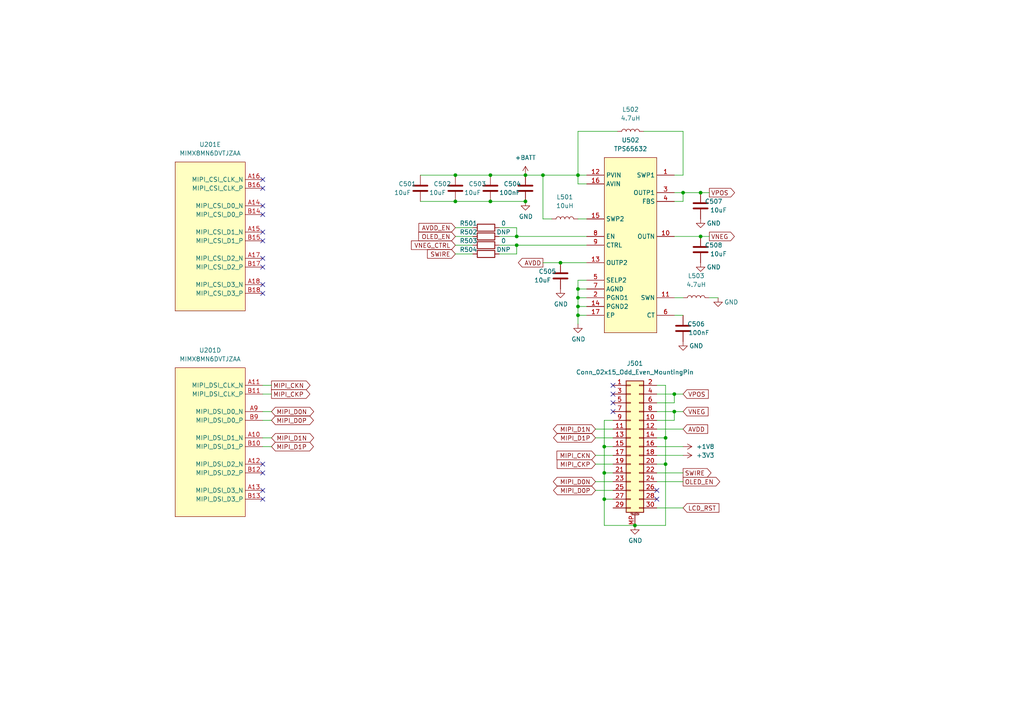
<source format=kicad_sch>
(kicad_sch (version 20211123) (generator eeschema)
  (paper "A4")
  (title_block (title "Sharket") (date "2022-09-21") (rev "0.0"))
  (junction (at 175.26 144.78))
  (junction (at 152.4 58.42))
  (junction (at 193.04 134.62))
  (junction (at 175.26 129.54))
  (junction (at 162.56 76.2))
  (junction (at 195.58 114.3))
  (junction (at 167.64 83.82))
  (junction (at 198.12 55.88))
  (junction (at 184.15 152.4))
  (junction (at 203.2 68.58))
  (junction (at 149.86 71.12))
  (junction (at 142.24 58.42))
  (junction (at 167.64 50.8))
  (junction (at 142.24 50.8))
  (junction (at 132.08 58.42))
  (junction (at 167.64 88.9))
  (junction (at 195.58 119.38))
  (junction (at 149.86 68.58))
  (junction (at 175.26 137.16))
  (junction (at 152.4 50.8))
  (junction (at 157.48 50.8))
  (junction (at 167.64 91.44))
  (junction (at 203.2 55.88))
  (junction (at 193.04 127))
  (junction (at 132.08 50.8))
  (junction (at 167.64 86.36))
  (no_connect (at 177.8 111.76))
  (no_connect (at 177.8 114.3))
  (no_connect (at 177.8 116.84))
  (no_connect (at 177.8 119.38))
  (no_connect (at 190.5 142.24))
  (no_connect (at 190.5 144.78))
  (no_connect (at 76.2 52.07))
  (no_connect (at 76.2 54.61))
  (no_connect (at 76.2 59.69))
  (no_connect (at 76.2 62.23))
  (no_connect (at 76.2 67.31))
  (no_connect (at 76.2 69.85))
  (no_connect (at 76.2 74.93))
  (no_connect (at 76.2 77.47))
  (no_connect (at 76.2 82.55))
  (no_connect (at 76.2 85.09))
  (no_connect (at 76.2 134.62))
  (no_connect (at 76.2 137.16))
  (no_connect (at 76.2 142.24))
  (no_connect (at 76.2 144.78))
  (wire (pts (xy 144.78 71.12) (xy 149.86 71.12)))
  (wire (pts (xy 193.04 111.76) (xy 193.04 127)))
  (wire (pts (xy 149.86 66.04) (xy 149.86 68.58)))
  (wire (pts (xy 157.48 76.2) (xy 162.56 76.2)))
  (wire (pts (xy 167.64 86.36) (xy 167.64 88.9)))
  (wire (pts (xy 198.12 58.42) (xy 198.12 55.88)))
  (wire (pts (xy 195.58 58.42) (xy 198.12 58.42)))
  (wire (pts (xy 167.64 50.8) (xy 167.64 53.34)))
  (wire (pts (xy 144.78 68.58) (xy 149.86 68.58)))
  (wire (pts (xy 76.2 129.54) (xy 78.74 129.54)))
  (wire (pts (xy 167.64 88.9) (xy 170.18 88.9)))
  (wire (pts (xy 121.92 50.8) (xy 132.08 50.8)))
  (wire (pts (xy 167.64 88.9) (xy 167.64 91.44)))
  (wire (pts (xy 190.5 114.3) (xy 195.58 114.3)))
  (wire (pts (xy 149.86 71.12) (xy 170.18 71.12)))
  (wire (pts (xy 172.72 142.24) (xy 177.8 142.24)))
  (wire (pts (xy 190.5 137.16) (xy 198.12 137.16)))
  (wire (pts (xy 76.2 127) (xy 78.74 127)))
  (wire (pts (xy 170.18 81.28) (xy 167.64 81.28)))
  (wire (pts (xy 167.64 81.28) (xy 167.64 83.82)))
  (wire (pts (xy 76.2 114.3) (xy 78.74 114.3)))
  (wire (pts (xy 203.2 55.88) (xy 205.74 55.88)))
  (wire (pts (xy 162.56 76.2) (xy 170.18 76.2)))
  (wire (pts (xy 172.72 139.7) (xy 177.8 139.7)))
  (wire (pts (xy 195.58 86.36) (xy 198.12 86.36)))
  (wire (pts (xy 149.86 68.58) (xy 170.18 68.58)))
  (wire (pts (xy 167.64 50.8) (xy 170.18 50.8)))
  (wire (pts (xy 195.58 91.44) (xy 198.12 91.44)))
  (wire (pts (xy 177.8 121.92) (xy 175.26 121.92)))
  (wire (pts (xy 132.08 71.12) (xy 137.16 71.12)))
  (wire (pts (xy 195.58 121.92) (xy 195.58 119.38)))
  (wire (pts (xy 142.24 58.42) (xy 152.4 58.42)))
  (wire (pts (xy 167.64 38.1) (xy 167.64 50.8)))
  (wire (pts (xy 132.08 66.04) (xy 137.16 66.04)))
  (wire (pts (xy 186.69 38.1) (xy 198.12 38.1)))
  (wire (pts (xy 132.08 68.58) (xy 137.16 68.58)))
  (wire (pts (xy 193.04 134.62) (xy 193.04 152.4)))
  (wire (pts (xy 121.92 58.42) (xy 132.08 58.42)))
  (wire (pts (xy 175.26 137.16) (xy 175.26 144.78)))
  (wire (pts (xy 167.64 53.34) (xy 170.18 53.34)))
  (wire (pts (xy 172.72 127) (xy 177.8 127)))
  (wire (pts (xy 175.26 144.78) (xy 177.8 144.78)))
  (wire (pts (xy 190.5 134.62) (xy 193.04 134.62)))
  (wire (pts (xy 144.78 73.66) (xy 149.86 73.66)))
  (wire (pts (xy 198.12 55.88) (xy 203.2 55.88)))
  (wire (pts (xy 195.58 55.88) (xy 198.12 55.88)))
  (wire (pts (xy 175.26 137.16) (xy 177.8 137.16)))
  (wire (pts (xy 175.26 144.78) (xy 175.26 152.4)))
  (wire (pts (xy 190.5 111.76) (xy 193.04 111.76)))
  (wire (pts (xy 190.5 121.92) (xy 195.58 121.92)))
  (wire (pts (xy 175.26 121.92) (xy 175.26 129.54)))
  (wire (pts (xy 157.48 63.5) (xy 157.48 50.8)))
  (wire (pts (xy 203.2 68.58) (xy 205.74 68.58)))
  (wire (pts (xy 190.5 127) (xy 193.04 127)))
  (wire (pts (xy 190.5 129.54) (xy 198.12 129.54)))
  (wire (pts (xy 157.48 50.8) (xy 167.64 50.8)))
  (wire (pts (xy 132.08 58.42) (xy 142.24 58.42)))
  (wire (pts (xy 190.5 139.7) (xy 198.12 139.7)))
  (wire (pts (xy 198.12 50.8) (xy 195.58 50.8)))
  (wire (pts (xy 149.86 71.12) (xy 149.86 73.66)))
  (wire (pts (xy 132.08 73.66) (xy 137.16 73.66)))
  (wire (pts (xy 132.08 50.8) (xy 142.24 50.8)))
  (wire (pts (xy 160.02 63.5) (xy 157.48 63.5)))
  (wire (pts (xy 195.58 114.3) (xy 198.12 114.3)))
  (wire (pts (xy 152.4 50.8) (xy 157.48 50.8)))
  (wire (pts (xy 190.5 119.38) (xy 195.58 119.38)))
  (wire (pts (xy 195.58 119.38) (xy 198.12 119.38)))
  (wire (pts (xy 144.78 66.04) (xy 149.86 66.04)))
  (wire (pts (xy 172.72 134.62) (xy 177.8 134.62)))
  (wire (pts (xy 193.04 127) (xy 193.04 134.62)))
  (wire (pts (xy 193.04 152.4) (xy 184.15 152.4)))
  (wire (pts (xy 167.64 86.36) (xy 170.18 86.36)))
  (wire (pts (xy 76.2 111.76) (xy 78.74 111.76)))
  (wire (pts (xy 172.72 124.46) (xy 177.8 124.46)))
  (wire (pts (xy 195.58 116.84) (xy 195.58 114.3)))
  (wire (pts (xy 190.5 147.32) (xy 198.12 147.32)))
  (wire (pts (xy 76.2 121.92) (xy 78.74 121.92)))
  (wire (pts (xy 175.26 129.54) (xy 175.26 137.16)))
  (wire (pts (xy 167.64 91.44) (xy 170.18 91.44)))
  (wire (pts (xy 190.5 124.46) (xy 198.12 124.46)))
  (wire (pts (xy 167.64 83.82) (xy 167.64 86.36)))
  (wire (pts (xy 205.74 86.36) (xy 208.28 86.36)))
  (wire (pts (xy 175.26 129.54) (xy 177.8 129.54)))
  (wire (pts (xy 190.5 116.84) (xy 195.58 116.84)))
  (wire (pts (xy 195.58 68.58) (xy 203.2 68.58)))
  (wire (pts (xy 142.24 50.8) (xy 152.4 50.8)))
  (wire (pts (xy 76.2 119.38) (xy 78.74 119.38)))
  (wire (pts (xy 179.07 38.1) (xy 167.64 38.1)))
  (wire (pts (xy 170.18 83.82) (xy 167.64 83.82)))
  (wire (pts (xy 175.26 152.4) (xy 184.15 152.4)))
  (wire (pts (xy 167.64 91.44) (xy 167.64 93.98)))
  (wire (pts (xy 198.12 38.1) (xy 198.12 50.8)))
  (wire (pts (xy 167.64 63.5) (xy 170.18 63.5)))
  (wire (pts (xy 190.5 132.08) (xy 198.12 132.08)))
  (wire (pts (xy 172.72 132.08) (xy 177.8 132.08)))
  (global_label "MIPI_D0N" (shape bidirectional) (at 172.72 139.7 180) (property "Intersheet References" "${INTERSHEET_REFS}" (effects hide)))
  (global_label "MIPI_D1P" (shape bidirectional) (at 78.74 129.54 0) (property "Intersheet References" "${INTERSHEET_REFS}" (effects hide)))
  (global_label "AVDD" (shape input) (at 198.12 124.46 0) (property "Intersheet References" "${INTERSHEET_REFS}" (effects hide)))
  (global_label "AVDD" (shape output) (at 157.48 76.2 180) (property "Intersheet References" "${INTERSHEET_REFS}" (effects hide)))
  (global_label "OLED_EN" (shape output) (at 198.12 139.7 0) (property "Intersheet References" "${INTERSHEET_REFS}" (effects hide)))
  (global_label "VPOS" (shape input) (at 198.12 114.3 0) (property "Intersheet References" "${INTERSHEET_REFS}" (effects hide)))
  (global_label "SWIRE" (shape output) (at 198.12 137.16 0) (property "Intersheet References" "${INTERSHEET_REFS}" (effects hide)))
  (global_label "VNEG" (shape output) (at 205.74 68.58 0) (property "Intersheet References" "${INTERSHEET_REFS}" (effects hide)))
  (global_label "MIPI_D0P" (shape bidirectional) (at 172.72 142.24 180) (property "Intersheet References" "${INTERSHEET_REFS}" (effects hide)))
  (global_label "AVDD_EN" (shape input) (at 132.08 66.04 180) (property "Intersheet References" "${INTERSHEET_REFS}" (effects hide)))
  (global_label "MIPI_CKP" (shape input) (at 172.72 134.62 180) (property "Intersheet References" "${INTERSHEET_REFS}" (effects hide)))
  (global_label "SWIRE" (shape input) (at 132.08 73.66 180) (property "Intersheet References" "${INTERSHEET_REFS}" (effects hide)))
  (global_label "LCD_RST" (shape input) (at 198.12 147.32 0) (property "Intersheet References" "${INTERSHEET_REFS}" (effects hide)))
  (global_label "MIPI_CKP" (shape output) (at 78.74 114.3 0) (property "Intersheet References" "${INTERSHEET_REFS}" (effects hide)))
  (global_label "MIPI_CKN" (shape output) (at 78.74 111.76 0) (property "Intersheet References" "${INTERSHEET_REFS}" (effects hide)))
  (global_label "MIPI_D1P" (shape bidirectional) (at 172.72 127 180) (property "Intersheet References" "${INTERSHEET_REFS}" (effects hide)))
  (global_label "VPOS" (shape output) (at 205.74 55.88 0) (property "Intersheet References" "${INTERSHEET_REFS}" (effects hide)))
  (global_label "OLED_EN" (shape input) (at 132.08 68.58 180) (property "Intersheet References" "${INTERSHEET_REFS}" (effects hide)))
  (global_label "MIPI_CKN" (shape input) (at 172.72 132.08 180) (property "Intersheet References" "${INTERSHEET_REFS}" (effects hide)))
  (global_label "VNEG_CTRL" (shape input) (at 132.08 71.12 180) (property "Intersheet References" "${INTERSHEET_REFS}" (effects hide)))
  (global_label "MIPI_D0N" (shape bidirectional) (at 78.74 119.38 0) (property "Intersheet References" "${INTERSHEET_REFS}" (effects hide)))
  (global_label "VNEG" (shape input) (at 198.12 119.38 0) (property "Intersheet References" "${INTERSHEET_REFS}" (effects hide)))
  (global_label "MIPI_D1N" (shape bidirectional) (at 172.72 124.46 180) (property "Intersheet References" "${INTERSHEET_REFS}" (effects hide)))
  (global_label "MIPI_D1N" (shape bidirectional) (at 78.74 127 0) (property "Intersheet References" "${INTERSHEET_REFS}" (effects hide)))
  (global_label "MIPI_D0P" (shape bidirectional) (at 78.74 121.92 0) (property "Intersheet References" "${INTERSHEET_REFS}" (effects hide)))
  (symbol (lib_id "Device:L") (at 163.83 63.5 90) (unit 1)
    (property "Reference" "L501" (at 163.83 57.15 90))
    (property "Value" "10uH" (at 163.83 59.69 90))
    (property "Footprint" "Inductor_SMD:L_1008_2520Metric" (effects hide))
  )
  (symbol (lib_id "Device:C") (at 121.92 54.61 0) (mirror x) (unit 1)
    (property "Reference" "C501" (at 115.57 53.34 0) (effects (justify left)))
    (property "Value" "10uF" (at 114.3 55.88 0) (effects (justify left)))
    (property "Footprint" "Capacitor_SMD:C_0603_1608Metric" (effects hide))
  )
  (symbol (lib_id "power:+BATT") (at 152.4 50.8 0) (unit 1)
    (property "Reference" "#PWR0501" (effects hide))
    (property "Value" "+BATT" (at 152.4 45.72 0))
  )
  (symbol (lib_id "symbols:MIMX8MN6DVTJZAA") (at 60.96 41.91 0) (unit 5)
    (property "Reference" "U201" (at 60.96 41.91 0))
    (property "Value" "MIMX8MN6DVTJZAA" (at 60.96 44.45 0))
    (property "Footprint" "footprint:BGA-486_27x27_14.0x14.0mm" (effects hide))
  )
  (symbol (lib_id "Device:C") (at 203.2 72.39 180) (unit 1)
    (property "Reference" "C508" (at 209.55 71.12 0) (effects (justify left)))
    (property "Value" "10uF" (at 210.82 73.66 0) (effects (justify left)))
    (property "Footprint" "Capacitor_SMD:C_0603_1608Metric" (effects hide))
  )
  (symbol (lib_id "power:GND") (at 152.4 58.42 0) (unit 1)
    (property "Reference" "#PWR0502" (effects hide))
    (property "Value" "GND" (at 152.527 62.8142 0))
  )
  (symbol (lib_id "Device:L") (at 182.88 38.1 90) (unit 1)
    (property "Reference" "L502" (at 182.88 31.75 90))
    (property "Value" "4.7uH" (at 182.88 34.29 90))
    (property "Footprint" "Inductor_SMD:L_1008_2520Metric" (effects hide))
  )
  (symbol (lib_id "power:+1V8") (at 198.12 129.54 270) (unit 1)
    (property "Reference" "#PWR0507" (effects hide))
    (property "Value" "+1V8" (at 201.93 129.5399 90) (effects (justify left)))
  )
  (symbol (lib_id "power:GND") (at 208.28 86.36 0) (unit 1)
    (property "Reference" "#PWR0511" (effects hide))
    (property "Value" "GND" (at 212.09 87.63 0))
  )
  (symbol (lib_id "Device:C") (at 142.24 54.61 0) (mirror x) (unit 1)
    (property "Reference" "C503" (at 135.89 53.34 0) (effects (justify left)))
    (property "Value" "10uF" (at 134.62 55.88 0) (effects (justify left)))
    (property "Footprint" "Capacitor_SMD:C_0603_1608Metric" (effects hide))
  )
  (symbol (lib_id "Device:R") (at 140.97 71.12 270) (unit 1)
    (property "Reference" "R503" (at 135.89 69.85 90))
    (property "Value" "0" (at 146.05 69.85 90))
    (property "Footprint" "Resistor_SMD:R_0402_1005Metric" (effects hide))
  )
  (symbol (lib_id "Device:R") (at 140.97 73.66 270) (unit 1)
    (property "Reference" "R504" (at 135.89 72.39 90))
    (property "Value" "DNP" (at 146.05 72.39 90))
    (property "Footprint" "Resistor_SMD:R_0402_1005Metric" (effects hide))
  )
  (symbol (lib_id "Device:C") (at 162.56 80.01 0) (mirror x) (unit 1)
    (property "Reference" "C505" (at 156.21 78.74 0) (effects (justify left)))
    (property "Value" "10uF" (at 154.94 81.28 0) (effects (justify left)))
    (property "Footprint" "Capacitor_SMD:C_0603_1608Metric" (effects hide))
  )
  (symbol (lib_id "power:GND") (at 198.12 99.06 0) (unit 1)
    (property "Reference" "#PWR0506" (effects hide))
    (property "Value" "GND" (at 201.93 100.33 0))
  )
  (symbol (lib_id "Device:C") (at 203.2 59.69 180) (unit 1)
    (property "Reference" "C507" (at 209.55 58.42 0) (effects (justify left)))
    (property "Value" "10uF" (at 210.82 60.96 0) (effects (justify left)))
    (property "Footprint" "Capacitor_SMD:C_0603_1608Metric" (effects hide))
  )
  (symbol (lib_id "Device:C") (at 152.4 54.61 0) (mirror x) (unit 1)
    (property "Reference" "C504" (at 146.05 53.34 0) (effects (justify left)))
    (property "Value" "100nF" (at 144.78 55.88 0) (effects (justify left)))
    (property "Footprint" "Capacitor_SMD:C_0201_0603Metric" (effects hide))
  )
  (symbol (lib_id "Device:C") (at 198.12 95.25 180) (unit 1)
    (property "Reference" "C506" (at 204.47 93.98 0) (effects (justify left)))
    (property "Value" "100nF" (at 205.74 96.52 0) (effects (justify left)))
    (property "Footprint" "Capacitor_SMD:C_0201_0603Metric" (effects hide))
  )
  (symbol (lib_id "power:GND") (at 203.2 76.2 0) (unit 1)
    (property "Reference" "#PWR0510" (effects hide))
    (property "Value" "GND" (at 207.01 77.47 0))
  )
  (symbol (lib_id "power:GND") (at 167.64 93.98 0) (unit 1)
    (property "Reference" "#PWR0504" (effects hide))
    (property "Value" "GND" (at 167.767 98.3742 0))
  )
  (symbol (lib_id "Device:C") (at 132.08 54.61 0) (mirror x) (unit 1)
    (property "Reference" "C502" (at 125.73 53.34 0) (effects (justify left)))
    (property "Value" "10uF" (at 124.46 55.88 0) (effects (justify left)))
    (property "Footprint" "Capacitor_SMD:C_0603_1608Metric" (effects hide))
  )
  (symbol (lib_id "power:+3V3") (at 198.12 132.08 270) (unit 1)
    (property "Reference" "#PWR0508" (effects hide))
    (property "Value" "+3V3" (at 201.93 132.0799 90) (effects (justify left)))
  )
  (symbol (lib_id "power:GND") (at 162.56 83.82 0) (unit 1)
    (property "Reference" "#PWR0503" (effects hide))
    (property "Value" "GND" (at 162.687 88.2142 0))
  )
  (symbol (lib_id "Device:R") (at 140.97 66.04 270) (unit 1)
    (property "Reference" "R501" (at 135.89 64.77 90))
    (property "Value" "0" (at 146.05 64.77 90))
    (property "Footprint" "Resistor_SMD:R_0402_1005Metric" (effects hide))
  )
  (symbol (lib_id "symbols:TPS65632") (at 182.88 40.64 0) (unit 1)
    (property "Reference" "U502" (at 182.88 40.64 0))
    (property "Value" "TPS65632" (at 182.88 43.18 0))
    (property "Footprint" "Package_DFN_QFN:QFN-16-1EP_3x3mm_P0.5mm_EP1.7x1.7mm" (effects hide))
  )
  (symbol (lib_id "symbols:MIMX8MN6DVTJZAA") (at 60.96 101.6 0) (unit 4)
    (property "Reference" "U201" (at 60.96 101.6 0))
    (property "Value" "MIMX8MN6DVTJZAA" (at 60.96 104.14 0))
    (property "Footprint" "footprint:BGA-486_27x27_14.0x14.0mm" (effects hide))
  )
  (symbol (lib_id "Device:L") (at 201.93 86.36 90) (unit 1)
    (property "Reference" "L503" (at 201.93 80.01 90))
    (property "Value" "4.7uH" (at 201.93 82.55 90))
    (property "Footprint" "Inductor_SMD:L_1008_2520Metric" (effects hide))
  )
  (symbol (lib_id "Connector_Generic_MountingPin:Conn_02x15_Odd_Even_MountingPin") (at 182.88 129.54 0) (unit 1)
    (property "Reference" "J501" (at 184.15 105.41 0))
    (property "Value" "Conn_02x15_Odd_Even_MountingPin" (at 184.15 107.95 0))
    (property "Footprint" "footprint:505270-3012" (effects hide))
  )
  (symbol (lib_id "power:GND") (at 203.2 63.5 0) (unit 1)
    (property "Reference" "#PWR0509" (effects hide))
    (property "Value" "GND" (at 207.01 64.77 0))
  )
  (symbol (lib_id "Device:R") (at 140.97 68.58 270) (unit 1)
    (property "Reference" "R502" (at 135.89 67.31 90))
    (property "Value" "DNP" (at 146.05 67.31 90))
    (property "Footprint" "Resistor_SMD:R_0402_1005Metric" (effects hide))
  )
  (symbol (lib_id "power:GND") (at 184.15 152.4 0) (unit 1)
    (property "Reference" "#PWR0505" (effects hide))
    (property "Value" "GND" (at 184.277 156.7942 0))
  )
)
</source>
